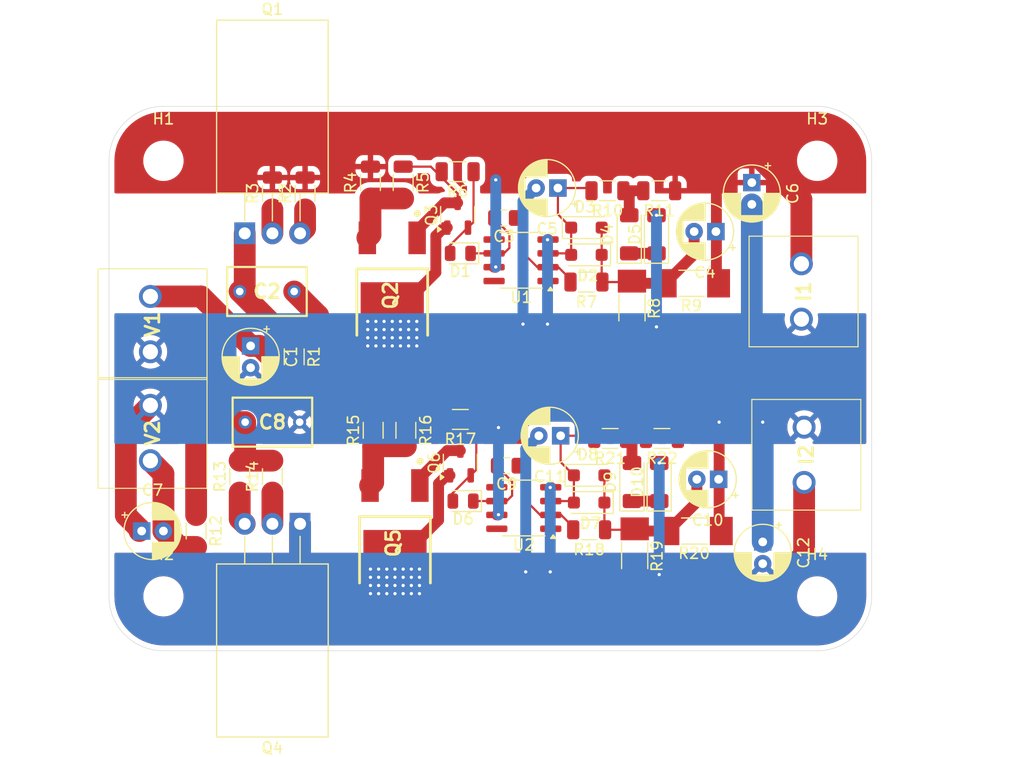
<source format=kicad_pcb>
(kicad_pcb (version 20240108) (generator "pcbnew") (generator_version "8.0")
  (layers (0 "F.Cu" signal) (31 "B.Cu" signal) (34 "B.Paste" user) (35 "F.Paste" user) (36 "B.SilkS" user "B.Silkscreen") (37 "F.SilkS" user "F.Silkscreen") (38 "B.Mask" user) (39 "F.Mask" user) (44 "Edge.Cuts" user))
  (net 0 "")
  (net 1 "Net-(D1-K)")
  (net 2 "pre-cur")
  (net 3 "pos_reg_out")
  (net 4 "Net-(D2-K)")
  (net 5 "Net-(D1-A)")
  (net 6 "bank-plus")
  (net 7 "Net-(D2-A)")
  (net 8 "Net-(D4-K)")
  (net 9 "Net-(D4-A)")
  (net 10 "Net-(Q1-S)")
  (net 11 "Net-(Q1-G)")
  (net 12 "Net-(Q3-E)")
  (net 13 "Net-(Q2-Pad2)")
  (net 14 "Net-(U1--)")
  (net 18 "GND")
  (net 19 "Net-(C7-Pad2)")
  (net 20 "/current_source1/plus")
  (net 21 "Net-(D6-K)")
  (net 22 "Net-(U2--)")
  (net 23 "Net-(D7-K)")
  (net 24 "Net-(D7-A)")
  (net 25 "neg_reg_out")
  (net 26 "Net-(D6-A)")
  (net 27 "Net-(D10-K)")
  (net 28 "Net-(D9-A)")
  (net 29 "Net-(Q4-S)")
  (net 30 "Net-(Q4-G)")
  (net 31 "Net-(Q6-E)")
  (net 32 "Net-(Q5-Pad2)")
  (footprint "Resistor_SMD:R_1206_3216Metric" (layer "F.Cu") (at 119.25 84.750277 90)
    (property "Reference" "R15" (at 0 -1.82 90) (layer "F.SilkS"))
    (property "Value" "1r")
    (pad "1" smd roundrect (at -1.4625 0 90) (size 1.125 1.75) (layers "F.Cu" "F.Paste" "F.Mask") (roundrect_rratio 0.222222) (net 32 "Net-(Q5-Pad2)"))
    (pad "2" smd roundrect (at 1.4625 0 90) (size 1.125 1.75) (layers "F.Cu" "F.Paste" "F.Mask") (roundrect_rratio 0.222222) (net 18 "GND"))
  )
  (footprint "Capacitor_THT:CP_Radial_D5.0mm_P2.00mm" (layer "F.Cu") (at 108 77 -90)
    (property "Reference" "C1" (at 1 -3.75 90) (layer "F.SilkS"))
    (property "Value" "120u")
    (pad "1" thru_hole rect (at 0 0 270) (size 1.6 1.6) (drill 0.8) (layers "*.Cu" "*.Mask") (net 6 "bank-plus"))
    (pad "2" thru_hole circle (at 2 0 270) (size 1.6 1.6) (drill 0.8) (layers "*.Cu" "*.Mask") (net 18 "GND"))
  )
  (footprint "Resistor_SMD:R_1206_3216Metric" (layer "F.Cu") (at 138.820552 71.135 180)
    (property "Reference" "R7" (at 0 -1.82 0) (layer "F.SilkS"))
    (property "Value" "499")
    (pad "1" smd roundrect (at -1.4625 0 180) (size 1.125 1.75) (layers "F.Cu" "F.Paste" "F.Mask") (roundrect_rratio 0.222222) (net 4 "Net-(D2-K)"))
    (pad "2" smd roundrect (at 1.4625 0 180) (size 1.125 1.75) (layers "F.Cu" "F.Paste" "F.Mask") (roundrect_rratio 0.222222) (net 14 "Net-(U1--)"))
  )
  (footprint "Resistor_SMD:R_1206_3216Metric" (layer "F.Cu") (at 112 78 -90)
    (property "Reference" "R1" (at 0 -1.82 90) (layer "F.SilkS"))
    (property "Value" "1r")
    (pad "1" smd roundrect (at -1.4625 0 270) (size 1.125 1.75) (layers "F.Cu" "F.Paste" "F.Mask") (roundrect_rratio 0.222222) (net 2 "pre-cur"))
    (pad "2" smd roundrect (at 1.4625 0 270) (size 1.125 1.75) (layers "F.Cu" "F.Paste" "F.Mask") (roundrect_rratio 0.222222) (net 6 "bank-plus"))
  )
  (footprint "Diode_SMD:D_0805_2012Metric" (layer "F.Cu") (at 127.25 68.5 180)
    (property "Reference" "D1" (at 0 -1.65 0) (layer "F.SilkS"))
    (property "Value" "LED")
    (pad "1" smd roundrect (at -0.9375 0 180) (size 0.975 1.4) (layers "F.Cu" "F.Paste" "F.Mask") (net 1 "Net-(D1-K)"))
    (pad "2" smd roundrect (at 0.9375 0 180) (size 0.975 1.4) (layers "F.Cu" "F.Paste" "F.Mask") (net 5 "Net-(D1-A)"))
  )
  (footprint "Samacsys:DPAK_(SINGLE-GAUGE)_TO-252(369C)_ISSUE_F" (layer "F.Cu") (at 121 76.0235 90)
    (property "Reference" "Q2" (at 3.66899 -0.16141 90) (layer "F.SilkS") (effects (font (size 1.27 1.27) (thickness 0.254))))
    (property "Value" "NJVMJD45H11T4G" (hide yes))
    (pad "1" smd rect (at 8.95 2.285 180) (size 1.6 3) (layers "F.Cu" "F.Paste" "F.Mask") (net 12 "Net-(Q3-E)"))
    (pad "2" smd rect (at 8.95 -2.285 180) (size 1.6 3) (layers "F.Cu" "F.Paste" "F.Mask") (net 13 "Net-(Q2-Pad2)"))
    (pad "3" smd rect (at 1.77 0 180) (size 5.8 6.2) (layers "F.Cu" "F.Paste" "F.Mask") (net 18 "GND"))
  )
  (footprint "MountingHole:MountingHole_3.2mm_M3_ISO7380" (layer "F.Cu") (at 160 60)
    (property "Reference" "H3" (at 0 -3.85 0) (layer "F.SilkS"))
    (property "Value" "MountingHole")
    (pad "" np_thru_hole circle (at 0 0) (size 3.2 3.2) (drill 3.2) (layers "*.Cu" "*.Mask"))
  )
  (footprint "Capacitor_SMD:C_0805_2012Metric" (layer "F.Cu") (at 131.5 88.000276 180)
    (property "Reference" "C9" (at 0 -1.68 0) (layer "F.SilkS"))
    (property "Value" "33pf")
    (pad "1" smd roundrect (at -0.95 0 180) (size 1 1.45) (layers "F.Cu" "F.Paste" "F.Mask") (net 22 "Net-(U2--)"))
    (pad "2" smd roundrect (at 0.95 0 180) (size 1 1.45) (layers "F.Cu" "F.Paste" "F.Mask") (net 21 "Net-(D6-K)"))
  )
  (footprint "Resistor_SMD:R_MELF_MMB-0207" (layer "F.Cu") (at 148.5 71.25 180)
    (property "Reference" "R9" (at 0.05 -2.05 0) (layer "F.SilkS"))
    (property "Value" "800r")
    (pad "1" smd rect (at -2.45 0 180) (size 2.1 2.6) (layers "F.Cu" "F.Paste" "F.Mask") (net 3 "pos_reg_out"))
    (pad "2" smd rect (at 2.45 0 180) (size 2.1 2.6) (layers "F.Cu" "F.Paste" "F.Mask") (net 4 "Net-(D2-K)"))
  )
  (footprint "Resistor_SMD:R_1206_3216Metric" (layer "F.Cu") (at 110 63 90)
    (property "Reference" "R3" (at 0 -1.82 90) (layer "F.SilkS"))
    (property "Value" "100r")
    (pad "1" smd roundrect (at -1.4625 0 90) (size 1.125 1.75) (layers "F.Cu" "F.Paste" "F.Mask") (roundrect_rratio 0.222222) (net 11 "Net-(Q1-G)"))
    (pad "2" smd roundrect (at 1.4625 0 90) (size 1.125 1.75) (layers "F.Cu" "F.Paste" "F.Mask") (roundrect_rratio 0.222222) (net 3 "pos_reg_out"))
  )
  (footprint "Samacsys:395443002" (layer "F.Cu") (at 158.55 69.46 -90)
    (property "Reference" "I1" (at 2.54 -0.2 90) (layer "F.SilkS") (effects (font (size 1.27 1.27) (thickness 0.254))))
    (property "Value" "20ma" (hide yes))
    (pad "1" thru_hole circle (at 0 0 270) (size 2.1 2.1) (drill 1.4) (layers "*.Cu" "*.Mask") (net 3 "pos_reg_out"))
    (pad "2" thru_hole circle (at 5.08 0 270) (size 2.1 2.1) (drill 1.4) (layers "*.Cu" "*.Mask") (net 18 "GND"))
  )
  (footprint "Samacsys:395443002" (layer "F.Cu") (at 98.8 72.46 -90)
    (property "Reference" "V1" (at 2.54 -0.2 -90) (layer "F.SilkS") (effects (font (size 1.27 1.27) (thickness 0.254))))
    (property "Value" "VSIN" (hide yes))
    (pad "1" thru_hole circle (at 0 0 270) (size 2.1 2.1) (drill 1.4) (layers "*.Cu" "*.Mask") (net 6 "bank-plus"))
    (pad "2" thru_hole circle (at 5.08 0 270) (size 2.1 2.1) (drill 1.4) (layers "*.Cu" "*.Mask") (net 18 "GND"))
  )
  (footprint "Diode_SMD:D_SOD-123F" (layer "F.Cu") (at 139.070552 91.385276 180)
    (property "Reference" "D7" (at -0.127 -1.905 0) (layer "F.SilkS"))
    (property "Value" "D")
    (pad "1" smd roundrect (at -1.4 0 180) (size 1.1 1.1) (layers "F.Cu" "F.Paste" "F.Mask") (roundrect_rratio 0.2272727273) (net 23 "Net-(D7-K)"))
    (pad "2" smd roundrect (at 1.4 0 180) (size 1.1 1.1) (layers "F.Cu" "F.Paste" "F.Mask") (roundrect_rratio 0.2272727273) (net 24 "Net-(D7-A)"))
  )
  (footprint "Resistor_SMD:R_1206_3216Metric" (layer "F.Cu") (at 127 61 180)
    (property "Reference" "R6" (at 0 -1.82 0) (layer "F.SilkS"))
    (property "Value" "221r")
    (pad "1" smd roundrect (at -1.4625 0 180) (size 1.125 1.75) (layers "F.Cu" "F.Paste" "F.Mask") (roundrect_rratio 0.222222) (net 5 "Net-(D1-A)"))
    (pad "2" smd roundrect (at 1.4625 0 180) (size 1.125 1.75) (layers "F.Cu" "F.Paste" "F.Mask") (roundrect_rratio 0.222222) (net 12 "Net-(Q3-E)"))
  )
  (footprint "Resistor_SMD:R_1206_3216Metric" (layer "F.Cu") (at 110 89 90)
    (property "Reference" "R14" (at 0 -1.82 90) (layer "F.SilkS"))
    (property "Value" "100r")
    (pad "1" smd roundrect (at -1.4625 0 90) (size 1.125 1.75) (layers "F.Cu" "F.Paste" "F.Mask") (roundrect_rratio 0.222222) (net 30 "Net-(Q4-G)"))
    (pad "2" smd roundrect (at 1.4625 0 90) (size 1.125 1.75) (layers "F.Cu" "F.Paste" "F.Mask") (roundrect_rratio 0.222222) (net 20 "/current_source1/plus"))
  )
  (footprint "MountingHole:MountingHole_3.2mm_M3_ISO7380" (layer "F.Cu") (at 100 100)
    (property "Reference" "H2" (at 0 -3.85 0) (layer "F.SilkS"))
    (property "Value" "MountingHole")
    (pad "" np_thru_hole circle (at 0 0) (size 3.2 3.2) (drill 3.2) (layers "*.Cu" "*.Mask"))
  )
  (footprint "Resistor_SMD:R_1206_3216Metric" (layer "F.Cu") (at 122 62 -90)
    (property "Reference" "R5" (at 0 -1.82 90) (layer "F.SilkS"))
    (property "Value" "49.9r")
    (pad "1" smd roundrect (at -1.4625 0 270) (size 1.125 1.75) (layers "F.Cu" "F.Paste" "F.Mask") (roundrect_rratio 0.222222) (net 12 "Net-(Q3-E)"))
    (pad "2" smd roundrect (at 1.4625 0 270) (size 1.125 1.75) (layers "F.Cu" "F.Paste" "F.Mask") (roundrect_rratio 0.222222) (net 13 "Net-(Q2-Pad2)"))
  )
  (footprint "Resistor_SMD:R_MELF_MMB-0207" (layer "F.Cu") (at 148.75 94.000275 180)
    (property "Reference" "R20" (at 0.049999 -2.05 0) (layer "F.SilkS"))
    (property "Value" "800r")
    (pad "1" smd rect (at -2.45 0 180) (size 2.1 2.6) (layers "F.Cu" "F.Paste" "F.Mask") (net 18 "GND"))
    (pad "2" smd rect (at 2.45 0 180) (size 2.1 2.6) (layers "F.Cu" "F.Paste" "F.Mask") (net 23 "Net-(D7-K)"))
  )
  (footprint "Capacitor_THT:CP_Radial_D5.0mm_P2.00mm" (layer "F.Cu") (at 150.955113 89.250275 180)
    (property "Reference" "C10" (at 0.999999 -3.75 0) (layer "F.SilkS"))
    (property "Value" "120u")
    (pad "1" thru_hole rect (at 0 0 180) (size 1.6 1.6) (drill 0.8) (layers "*.Cu" "*.Mask") (net 18 "GND"))
    (pad "2" thru_hole circle (at 2 0 180) (size 1.6 1.6) (drill 0.8) (layers "*.Cu" "*.Mask") (net 23 "Net-(D7-K)"))
  )
  (footprint "Resistor_SMD:R_MELF_MMB-0207" (layer "F.Cu") (at 143.25 96.250276 -90)
    (property "Reference" "R19" (at 0.05 -2.05 90) (layer "F.SilkS"))
    (property "Value" "1k")
    (pad "1" smd rect (at -2.45 0 270) (size 2.1 2.6) (layers "F.Cu" "F.Paste" "F.Mask") (net 23 "Net-(D7-K)"))
    (pad "2" smd rect (at 2.45 0 270) (size 2.1 2.6) (layers "F.Cu" "F.Paste" "F.Mask") (net 25 "neg_reg_out"))
  )
  (footprint "Package_TO_SOT_SMD:SOT-23-3" (layer "F.Cu") (at 127 65 90)
    (property "Reference" "Q3" (at 0 -2.4 90) (layer "F.SilkS"))
    (property "Value" "PNP")
    (pad "1" smd roundrect (at -1.1375 -0.95 90) (size 1.325 0.6) (layers "F.Cu" "F.Paste" "F.Mask") (net 18 "GND"))
    (pad "2" smd roundrect (at -1.1375 0.95 90) (size 1.325 0.6) (layers "F.Cu" "F.Paste" "F.Mask") (net 5 "Net-(D1-A)"))
    (pad "3" smd roundrect (at 1.1375 0 90) (size 1.325 0.6) (layers "F.Cu" "F.Paste" "F.Mask") (net 12 "Net-(Q3-E)"))
  )
  (footprint "Resistor_SMD:R_1206_3216Metric" (layer "F.Cu") (at 127.25 83.750277 180)
    (property "Reference" "R17" (at 0 -1.82 0) (layer "F.SilkS"))
    (property "Value" "221r")
    (pad "1" smd roundrect (at -1.4625 0 180) (size 1.125 1.75) (layers "F.Cu" "F.Paste" "F.Mask") (roundrect_rratio 0.222222) (net 26 "Net-(D6-A)"))
    (pad "2" smd roundrect (at 1.4625 0 180) (size 1.125 1.75) (layers "F.Cu" "F.Paste" "F.Mask") (roundrect_rratio 0.222222) (net 31 "Net-(Q6-E)"))
  )
  (footprint "Diode_SMD:D_SOD-123F" (layer "F.Cu") (at 138.820552 66.135)
    (property "Reference" "D3" (at -0.127 -1.905 0) (layer "F.SilkS"))
    (property "Value" "D")
    (pad "1" smd roundrect (at -1.4 0) (size 1.1 1.1) (layers "F.Cu" "F.Paste" "F.Mask") (roundrect_rratio 0.2272727273) (net 7 "Net-(D2-A)"))
    (pad "2" smd roundrect (at 1.4 0) (size 1.1 1.1) (layers "F.Cu" "F.Paste" "F.Mask") (roundrect_rratio 0.2272727273) (net 4 "Net-(D2-K)"))
  )
  (footprint "Samacsys:395443002" (layer "F.Cu") (at 158.8 84.46 -90)
    (property "Reference" "I2" (at 2.54 -0.2 90) (layer "F.SilkS") (effects (font (size 1.27 1.27) (thickness 0.254))))
    (property "Value" "20ma" (hide yes))
    (pad "1" thru_hole circle (at 0 0 270) (size 2.1 2.1) (drill 1.4) (layers "*.Cu" "*.Mask") (net 18 "GND"))
    (pad "2" thru_hole circle (at 5.08 0 270) (size 2.1 2.1) (drill 1.4) (layers "*.Cu" "*.Mask") (net 25 "neg_reg_out"))
  )
  (footprint "Samacsys:B32529C105J" (layer "F.Cu") (at 112.5 84 180)
    (property "Reference" "C8" (at 2.5 0 0) (layer "F.SilkS") (effects (font (size 1.27 1.27) (thickness 0.254))))
    (property "Value" "1uf" (hide yes))
    (pad "1" thru_hole circle (at 0 0 180) (size 1.2 1.2) (drill 0.7) (layers "*.Cu" "*.Mask") (net 18 "GND"))
    (pad "2" thru_hole circle (at 5 0 180) (size 1.2 1.2) (drill 0.7) (layers "*.Cu" "*.Mask") (net 20 "/current_source1/plus"))
  )
  (footprint "Resistor_SMD:R_1206_3216Metric" (layer "F.Cu") (at 140.75 62.75 180)
    (property "Reference" "R10" (at 0 -1.82 0) (layer "F.SilkS"))
    (property "Value" "1k")
    (pad "1" smd roundrect (at -1.4625 0 180) (size 1.125 1.75) (layers "F.Cu" "F.Paste" "F.Mask") (roundrect_rratio 0.222222) (net 9 "Net-(D4-A)"))
    (pad "2" smd roundrect (at 1.4625 0 180) (size 1.125 1.75) (layers "F.Cu" "F.Paste" "F.Mask") (roundrect_rratio 0.222222) (net 7 "Net-(D2-A)"))
  )
  (footprint "Resistor_SMD:R_1206_3216Metric" (layer "F.Cu") (at 139.070552 93.885276 180)
    (property "Reference" "R18" (at 0 -1.82 0) (layer "F.SilkS"))
    (property "Value" "499")
    (pad "1" smd roundrect (at -1.4625 0 180) (size 1.125 1.75) (layers "F.Cu" "F.Paste" "F.Mask") (roundrect_rratio 0.222222) (net 23 "Net-(D7-K)"))
    (pad "2" smd roundrect (at 1.4625 0 180) (size 1.125 1.75) (layers "F.Cu" "F.Paste" "F.Mask") (roundrect_rratio 0.222222) (net 22 "Net-(U2--)"))
  )
  (footprint "Resistor_SMD:R_1206_3216Metric" (layer "F.Cu") (at 145.5 62.75 180)
    (property "Reference" "R11" (at 0 -1.82 0) (layer "F.SilkS"))
    (property "Value" "1.82k")
    (pad "1" smd roundrect (at -1.4625 0 180) (size 1.125 1.75) (layers "F.Cu" "F.Paste" "F.Mask") (roundrect_rratio 0.222222) (net 3 "pos_reg_out"))
    (pad "2" smd roundrect (at 1.4625 0 180) (size 1.125 1.75) (layers "F.Cu" "F.Paste" "F.Mask") (roundrect_rratio 0.222222) (net 9 "Net-(D4-A)"))
  )
  (footprint "Package_SO:SOIC-8_3.9x4.9mm_P1.27mm" (layer "F.Cu") (at 132.820552 69.135 180)
    (property "Reference" "U1" (at 0 -3.4 0) (layer "F.SilkS"))
    (property "Value" "AD817")
    (pad "1" smd roundrect (at -2.475 -1.905 180) (size 1.95 0.6) (layers "F.Cu" "F.Paste" "F.Mask"))
    (pad "2" smd roundrect (at -2.475 -0.635 180) (size 1.95 0.6) (layers "F.Cu" "F.Paste" "F.Mask") (net 14 "Net-(U1--)"))
    (pad "3" smd roundrect (at -2.475 0.635 180) (size 1.95 0.6) (layers "F.Cu" "F.Paste" "F.Mask") (net 7 "Net-(D2-A)"))
    (pad "4" smd roundrect (at -2.475 1.905 180) (size 1.95 0.6) (layers "F.Cu" "F.Paste" "F.Mask") (net 18 "GND"))
    (pad "5" smd roundrect (at 2.475 1.905 180) (size 1.95 0.6) (layers "F.Cu" "F.Paste" "F.Mask"))
    (pad "6" smd roundrect (at 2.475 0.635 180) (size 1.95 0.6) (layers "F.Cu" "F.Paste" "F.Mask") (net 1 "Net-(D1-K)"))
    (pad "7" smd roundrect (at 2.475 -0.635 180) (size 1.95 0.6) (layers "F.Cu" "F.Paste" "F.Mask") (net 3 "pos_reg_out"))
    (pad "8" smd roundrect (at 2.475 -1.905 180) (size 1.95 0.6) (layers "F.Cu" "F.Paste" "F.Mask"))
  )
  (footprint "Diode_SMD:D_MiniMELF" (layer "F.Cu") (at 145.25 66.75 90)
    (property "Reference" "D5" (at 0 -2 90) (layer "F.SilkS"))
    (property "Value" "D_Zener")
    (pad "1" smd roundrect (at -1.75 0 90) (size 1.3 1.7) (layers "F.Cu" "F.Paste" "F.Mask") (roundrect_rratio 0.1923076923) (net 8 "Net-(D4-K)"))
    (pad "2" smd roundrect (at 1.75 0 90) (size 1.3 1.7) (layers "F.Cu" "F.Paste" "F.Mask") (roundrect_rratio 0.1923076923) (net 18 "GND"))
  )
  (footprint "Capacitor_SMD:C_0805_2012Metric" (layer "F.Cu") (at 131.25 65.25 180)
    (property "Reference" "C3" (at 0 -1.68 0) (layer "F.SilkS"))
    (property "Value" "33pf")
    (pad "1" smd roundrect (at -0.95 0 180) (size 1 1.45) (layers "F.Cu" "F.Paste" "F.Mask") (net 14 "Net-(U1--)"))
    (pad "2" smd roundrect (at 0.95 0 180) (size 1 1.45) (layers "F.Cu" "F.Paste" "F.Mask") (net 1 "Net-(D1-K)"))
  )
  (footprint "Diode_SMD:D_SOD-123F" (layer "F.Cu") (at 139.070552 88.885275)
    (property "Reference" "D8" (at -0.126999 -1.905 0) (layer "F.SilkS"))
    (property "Value" "D")
    (pad "1" smd roundrect (at -1.4 0) (size 1.1 1.1) (layers "F.Cu" "F.Paste" "F.Mask") (roundrect_rratio 0.2272727273) (net 24 "Net-(D7-A)"))
    (pad "2" smd roundrect (at 1.4 0) (size 1.1 1.1) (layers "F.Cu" "F.Paste" "F.Mask") (roundrect_rratio 0.2272727273) (net 23 "Net-(D7-K)"))
  )
  (footprint "MountingHole:MountingHole_3.2mm_M3_ISO7380" (layer "F.Cu") (at 160 100)
    (property "Reference" "H4" (at 0 -3.85 0) (layer "F.SilkS"))
    (property "Value" "MountingHole")
    (pad "" np_thru_hole circle (at 0 0) (size 3.2 3.2) (drill 3.2) (layers "*.Cu" "*.Mask"))
  )
  (footprint "Resistor_SMD:R_1206_3216Metric" (layer "F.Cu") (at 113 63 90)
    (property "Reference" "R2" (at 0 -1.82 90) (layer "F.SilkS"))
    (property "Value" "5r")
    (pad "1" smd roundrect (at -1.4625 0 90) (size 1.125 1.75) (layers "F.Cu" "F.Paste" "F.Mask") (roundrect_rratio 0.222222) (net 10 "Net-(Q1-S)"))
    (pad "2" smd roundrect (at 1.4625 0 90) (size 1.125 1.75) (layers "F.Cu" "F.Paste" "F.Mask") (roundrect_rratio 0.222222) (net 3 "pos_reg_out"))
  )
  (footprint "Resistor_SMD:R_1206_3216Metric" (layer "F.Cu") (at 141 85.500275 180)
    (property "Reference" "R21" (at 0 -1.82 0) (layer "F.SilkS"))
    (property "Value" "1k")
    (pad "1" smd roundrect (at -1.4625 0 180) (size 1.125 1.75) (layers "F.Cu" "F.Paste" "F.Mask") (roundrect_rratio 0.222222) (net 28 "Net-(D9-A)"))
    (pad "2" smd roundrect (at 1.4625 0 180) (size 1.125 1.75) (layers "F.Cu" "F.Paste" "F.Mask") (roundrect_rratio 0.222222) (net 24 "Net-(D7-A)"))
  )
  (footprint "Diode_SMD:D_0805_2012Metric" (layer "F.Cu") (at 127.5 91.250276 180)
    (property "Reference" "D6" (at 0 -1.65 0) (layer "F.SilkS"))
    (property "Value" "LED")
    (pad "1" smd roundrect (at -0.9375 0 180) (size 0.975 1.4) (layers "F.Cu" "F.Paste" "F.Mask") (net 21 "Net-(D6-K)"))
    (pad "2" smd roundrect (at 0.9375 0 180) (size 0.975 1.4) (layers "F.Cu" "F.Paste" "F.Mask") (net 26 "Net-(D6-A)"))
  )
  (footprint "Resistor_SMD:R_1206_3216Metric" (layer "F.Cu") (at 122.25 84.750277 -90)
    (property "Reference" "R16" (at 0 -1.82 90) (layer "F.SilkS"))
    (property "Value" "49.9r")
    (pad "1" smd roundrect (at -1.4625 0 270) (size 1.125 1.75) (layers "F.Cu" "F.Paste" "F.Mask") (roundrect_rratio 0.222222) (net 31 "Net-(Q6-E)"))
    (pad "2" smd roundrect (at 1.4625 0 270) (size 1.125 1.75) (layers "F.Cu" "F.Paste" "F.Mask") (roundrect_rratio 0.222222) (net 32 "Net-(Q5-Pad2)"))
  )
  (footprint "Diode_SMD:D_MiniMELF" (layer "F.Cu") (at 143 89.500275 90)
    (property "Reference" "D9" (at 0 -2 90) (layer "F.SilkS"))
    (property "Value" "D_Zener")
    (pad "1" smd roundrect (at -1.75 0 90) (size 1.3 1.7) (layers "F.Cu" "F.Paste" "F.Mask") (roundrect_rratio 0.1923076923) (net 27 "Net-(D10-K)"))
    (pad "2" smd roundrect (at 1.75 0 90) (size 1.3 1.7) (layers "F.Cu" "F.Paste" "F.Mask") (roundrect_rratio 0.1923076923) (net 28 "Net-(D9-A)"))
  )
  (footprint "Resistor_SMD:R_1206_3216Metric" (layer "F.Cu") (at 119 62 90)
    (property "Reference" "R4" (at 0 -1.82 90) (layer "F.SilkS"))
    (property "Value" "1r")
    (pad "1" smd roundrect (at -1.4625 0 90) (size 1.125 1.75) (layers "F.Cu" "F.Paste" "F.Mask") (roundrect_rratio 0.222222) (net 13 "Net-(Q2-Pad2)"))
    (pad "2" smd roundrect (at 1.4625 0 90) (size 1.125 1.75) (layers "F.Cu" "F.Paste" "F.Mask") (roundrect_rratio 0.222222) (net 3 "pos_reg_out"))
  )
  (footprint "Resistor_SMD:R_1206_3216Metric" (layer "F.Cu") (at 103 94 -90)
    (property "Reference" "R12" (at 0 -1.82 90) (layer "F.SilkS"))
    (property "Value" "1r")
    (pad "1" smd roundrect (at -1.4625 0 270) (size 1.125 1.75) (layers "F.Cu" "F.Paste" "F.Mask") (roundrect_rratio 0.222222) (net 20 "/current_source1/plus"))
    (pad "2" smd roundrect (at 1.4625 0 270) (size 1.125 1.75) (layers "F.Cu" "F.Paste" "F.Mask") (roundrect_rratio 0.222222) (net 19 "Net-(C7-Pad2)"))
  )
  (footprint "Resistor_SMD:R_1206_3216Metric" (layer "F.Cu") (at 145.75 85.500275 180)
    (property "Reference" "R22" (at 0 -1.82 0) (layer "F.SilkS"))
    (property "Value" "1.82k")
    (pad "1" smd roundrect (at -1.4625 0 180) (size 1.125 1.75) (layers "F.Cu" "F.Paste" "F.Mask") (roundrect_rratio 0.222222) (net 18 "GND"))
    (pad "2" smd roundrect (at 1.4625 0 180) (size 1.125 1.75) (layers "F.Cu" "F.Paste" "F.Mask") (roundrect_rratio 0.222222) (net 28 "Net-(D9-A)"))
  )
  (footprint "Diode_SMD:D_SOD-123F" (layer "F.Cu") (at 138.820552 68.635 180)
    (property "Reference" "D2" (at -0.127 -1.905 0) (layer "F.SilkS"))
    (property "Value" "D")
    (pad "1" smd roundrect (at -1.4 0 180) (size 1.1 1.1) (layers "F.Cu" "F.Paste" "F.Mask") (roundrect_rratio 0.2272727273) (net 4 "Net-(D2-K)"))
    (pad "2" smd roundrect (at 1.4 0 180) (size 1.1 1.1) (layers "F.Cu" "F.Paste" "F.Mask") (roundrect_rratio 0.2272727273) (net 7 "Net-(D2-A)"))
  )
  (footprint "Samacsys:B32529C105J" (layer "F.Cu") (at 107 72)
    (property "Reference" "C2" (at 2.5 0 0) (layer "F.SilkS") (effects (font (size 1.27 1.27) (thickness 0.254))))
    (property "Value" "1uf" (hide yes))
    (pad "1" thru_hole circle (at 0 0) (size 1.2 1.2) (drill 0.7) (layers "*.Cu" "*.Mask") (net 2 "pre-cur"))
    (pad "2" thru_hole circle (at 5 0) (size 1.2 1.2) (drill 0.7) (layers "*.Cu" "*.Mask") (net 18 "GND"))
  )
  (footprint "Package_TO_SOT_SMD:SOT-23-3" (layer "F.Cu") (at 127.25 87.750276 90)
    (property "Reference" "Q6" (at 0 -2.4 90) (layer "F.SilkS"))
    (property "Value" "PNP")
    (pad "1" smd roundrect (at -1.1375 -0.95 90) (size 1.325 0.6) (layers "F.Cu" "F.Paste" "F.Mask") (net 25 "neg_reg_out"))
    (pad "2" smd roundrect (at -1.1375 0.95 90) (size 1.325 0.6) (layers "F.Cu" "F.Paste" "F.Mask") (net 26 "Net-(D6-A)"))
    (pad "3" smd roundrect (at 1.1375 0 90) (size 1.325 0.6) (layers "F.Cu" "F.Paste" "F.Mask") (net 31 "Net-(Q6-E)"))
  )
  (footprint "Capacitor_THT:CP_Radial_D5.0mm_P2.00mm" (layer "F.Cu") (at 154 62 -90)
    (property "Reference" "C6" (at 1 -3.75 90) (layer "F.SilkS"))
    (property "Value" "120u")
    (pad "1" thru_hole rect (at 0 0 270) (size 1.6 1.6) (drill 0.8) (layers "*.Cu" "*.Mask") (net 3 "pos_reg_out"))
    (pad "2" thru_hole circle (at 2 0 270) (size 1.6 1.6) (drill 0.8) (layers "*.Cu" "*.Mask") (net 18 "GND"))
  )
  (footprint "Capacitor_THT:CP_Radial_D5.0mm_P2.00mm" (layer "F.Cu") (at 98 94)
    (property "Reference" "C7" (at 1 -3.75 0) (layer "F.SilkS"))
    (property "Value" "120u")
    (pad "1" thru_hole rect (at 0 0) (size 1.6 1.6) (drill 0.8) (layers "*.Cu" "*.Mask") (net 18 "GND"))
    (pad "2" thru_hole circle (at 2 0) (size 1.6 1.6) (drill 0.8) (layers "*.Cu" "*.Mask") (net 19 "Net-(C7-Pad2)"))
  )
  (footprint "Package_TO_SOT_THT:TO-220-3_Horizontal_TabDown" (layer "F.Cu") (at 110 50)
    (property "Reference" "Q1" (at 0 -3.92 0) (layer "F.SilkS"))
    (property "Value" "NMOS")
    (pad "" np_thru_hole oval (at 0 0) (size 3.5 3.5) (drill 3.5) (layers "*.Cu" "*.Mask"))
    (pad "1" thru_hole rect (at -2.54 16.66) (size 1.905 2) (drill 1.1) (layers "*.Cu" "*.Mask") (net 2 "pre-cur"))
    (pad "2" thru_hole oval (at 0 16.66) (size 1.905 2) (drill 1.1) (layers "*.Cu" "*.Mask") (net 11 "Net-(Q1-G)"))
    (pad "3" thru_hole oval (at 2.54 16.66) (size 1.905 2) (drill 1.1) (layers "*.Cu" "*.Mask") (net 10 "Net-(Q1-S)"))
  )
  (footprint "Package_SO:SOIC-8_3.9x4.9mm_P1.27mm" (layer "F.Cu") (at 133.070553 91.885276 180)
    (property "Reference" "U2" (at 0 -3.4 0) (layer "F.SilkS"))
    (property "Value" "AD817")
    (pad "1" smd roundrect (at -2.475 -1.905 180) (size 1.95 0.6) (layers "F.Cu" "F.Paste" "F.Mask"))
    (pad "2" smd roundrect (at -2.475 -0.635 180) (size 1.95 0.6) (layers "F.Cu" "F.Paste" "F.Mask") (net 22 "Net-(U2--)"))
    (pad "3" smd roundrect (at -2.475 0.635 180) (size 1.95 0.6) (layers "F.Cu" "F.Paste" "F.Mask") (net 24 "Net-(D7-A)"))
    (pad "4" smd roundrect (at -2.475 1.905 180) (size 1.95 0.6) (layers "F.Cu" "F.Paste" "F.Mask") (net 25 "neg_reg_out"))
    (pad "5" smd roundrect (at 2.475 1.905 180) (size 1.95 0.6) (layers "F.Cu" "F.Paste" "F.Mask"))
    (pad "6" smd roundrect (at 2.475 0.635 180) (size 1.95 0.6) (layers "F.Cu" "F.Paste" "F.Mask") (net 21 "Net-(D6-K)"))
    (pad "7" smd roundrect (at 2.475 -0.635 180) (size 1.95 0.6) (layers "F.Cu" "F.Paste" "F.Mask") (net 18 "GND"))
    (pad "8" smd roundrect (at 2.475 -1.905 180) (size 1.95 0.6) (layers "F.Cu" "F.Paste" "F.Mask"))
  )
  (footprint "Capacitor_THT:CP_Radial_D5.0mm_P2.00mm" (layer "F.Cu") (at 155 95 -90)
    (property "Reference" "C12" (at 1 -3.75 90) (layer "F.SilkS"))
    (property "Value" "120u")
    (pad "1" thru_hole rect (at 0 0 270) (size 1.6 1.6) (drill 0.8) (layers "*.Cu" "*.Mask") (net 18 "GND"))
    (pad "2" thru_hole circle (at 2 0 270) (size 1.6 1.6) (drill 0.8) (layers "*.Cu" "*.Mask") (net 25 "neg_reg_out"))
  )
  (footprint "Package_TO_SOT_THT:TO-220-3_Horizontal_TabDown" (layer "F.Cu") (at 110 110 180)
    (property "Reference" "Q4" (at 0 -3.92 0) (layer "F.SilkS"))
    (property "Value" "NMOS")
    (pad "" np_thru_hole oval (at 0 0 180) (size 3.5 3.5) (drill 3.5) (layers "*.Cu" "*.Mask"))
    (pad "1" thru_hole rect (at -2.54 16.66 180) (size 1.905 2) (drill 1.1) (layers "*.Cu" "*.Mask") (net 25 "neg_reg_out"))
    (pad "2" thru_hole oval (at 0 16.66 180) (size 1.905 2) (drill 1.1) (layers "*.Cu" "*.Mask") (net 30 "Net-(Q4-G)"))
    (pad "3" thru_hole oval (at 2.54 16.66 180) (size 1.905 2) (drill 1.1) (layers "*.Cu" "*.Mask") (net 29 "Net-(Q4-S)"))
  )
  (footprint "MountingHole:MountingHole_3.2mm_M3_ISO7380" (layer "F.Cu") (at 100 60)
    (property "Reference" "H1" (at 0 -3.85 0) (layer "F.SilkS"))
    (property "Value" "MountingHole")
    (pad "" np_thru_hole circle (at 0 0) (size 3.2 3.2) (drill 3.2) (layers "*.Cu" "*.Mask"))
  )
  (footprint "Capacitor_THT:CP_Radial_D5.0mm_P2.00mm" (layer "F.Cu") (at 136.205113 62.5 180)
    (property "Reference" "C5" (at 1 -3.75 0) (layer "F.SilkS"))
    (property "Value" "120u")
    (pad "1" thru_hole rect (at 0 0 180) (size 1.6 1.6) (drill 0.8) (layers "*.Cu" "*.Mask") (net 7 "Net-(D2-A)"))
    (pad "2" thru_hole circle (at 2 0 180) (size 1.6 1.6) (drill 0.8) (layers "*.Cu" "*.Mask") (net 18 "GND"))
  )
  (footprint "Capacitor_THT:CP_Radial_D5.0mm_P2.00mm" (layer "F.Cu") (at 150.705113 66.5 180)
    (property "Reference" "C4" (at 1 -3.75 0) (layer "F.SilkS"))
    (property "Value" "120u")
    (pad "1" thru_hole rect (at 0 0 180) (size 1.6 1.6) (drill 0.8) (layers "*.Cu" "*.Mask") (net 3 "pos_reg_out"))
    (pad "2" thru_hole circle (at 2 0 180) (size 1.6 1.6) (drill 0.8) (layers "*.Cu" "*.Mask") (net 4 "Net-(D2-K)"))
  )
  (footprint "Diode_SMD:D_MiniMELF" (layer "F.Cu") (at 142.75 66.75 90)
    (property "Reference" "D4" (at 0 -2 90) (layer "F.SilkS"))
    (property "Value" "D_Zener")
    (pad "1" smd roundrect (at -1.75 0 90) (size 1.3 1.7) (layers "F.Cu" "F.Paste" "F.Mask") (roundrect_rratio 0.1923076923) (net 8 "Net-(D4-K)"))
    (pad "2" smd roundrect (at 1.75 0 90) (size 1.3 1.7) (layers "F.Cu" "F.Paste" "F.Mask") (roundrect_rratio 0.1923076923) (net 9 "Net-(D4-A)"))
  )
  (footprint "Capacitor_THT:CP_Radial_D5.0mm_P2.00mm" (layer "F.Cu") (at 136.455113 85.250276 180)
    (property "Reference" "C11" (at 0.999999 -3.75 0) (layer "F.SilkS"))
    (property "Value" "120u")
    (pad "1" thru_hole rect (at 0 0 180) (size 1.6 1.6) (drill 0.8) (layers "*.Cu" "*.Mask") (net 24 "Net-(D7-A)"))
    (pad "2" thru_hole circle (at 2 0 180) (size 1.6 1.6) (drill 0.8) (layers "*.Cu" "*.Mask") (net 25 "neg_reg_out"))
  )
  (footprint "Resistor_SMD:R_1206_3216Metric" (layer "F.Cu") (at 107 89 90)
    (property "Reference" "R13" (at 0 -1.82 90) (layer "F.SilkS"))
    (property "Value" "5r")
    (pad "1" smd roundrect (at -1.4625 0 90) (size 1.125 1.75) (layers "F.Cu" "F.Paste" "F.Mask") (roundrect_rratio 0.222222) (net 29 "Net-(Q4-S)"))
    (pad "2" smd roundrect (at 1.4625 0 90) (size 1.125 1.75) (layers "F.Cu" "F.Paste" "F.Mask") (roundrect_rratio 0.222222) (net 20 "/current_source1/plus"))
  )
  (footprint "Samacsys:DPAK_(SINGLE-GAUGE)_TO-252(369C)_ISSUE_F" (layer "F.Cu") (at 121.250001 98.773776 90)
    (property "Reference" "Q5" (at 3.66899 -0.16141 90) (layer "F.SilkS") (effects (font (size 1.27 1.27) (thickness 0.254))))
    (property "Value" "NJVMJD45H11T4G" (hide yes))
    (pad "1" smd rect (at 8.95 2.285 180) (size 1.6 3) (layers "F.Cu" "F.Paste" "F.Mask") (net 31 "Net-(Q6-E)"))
    (pad "2" smd rect (at 8.95 -2.285 180) (size 1.6 3) (layers "F.Cu" "F.Paste" "F.Mask") (net 32 "Net-(Q5-Pad2)"))
    (pad "3" smd rect (at 1.77 0 180) (size 5.8 6.2) (layers "F.Cu" "F.Paste" "F.Mask") (net 25 "neg_reg_out"))
  )
  (footprint "Diode_SMD:D_MiniMELF" (layer "F.Cu") (at 145.5 89.500275 90)
    (property "Reference" "D10" (at 0 -2 90) (layer "F.SilkS"))
    (property "Value" "D_Zener")
    (pad "1" smd roundrect (at -1.75 0 90) (size 1.3 1.7) (layers "F.Cu" "F.Paste" "F.Mask") (roundrect_rratio 0.1923076923) (net 27 "Net-(D10-K)"))
    (pad "2" smd roundrect (at 1.75 0 90) (size 1.3 1.7) (layers "F.Cu" "F.Paste" "F.Mask") (roundrect_rratio 0.1923076923) (net 25 "neg_reg_out"))
  )
  (footprint "Samacsys:395443002" (layer "F.Cu") (at 98.8 82.46 -90)
    (property "Reference" "V2" (at 2.54 -0.2 90) (layer "F.SilkS") (effects (font (size 1.27 1.27) (thickness 0.254))))
    (property "Value" "VSIN" (hide yes))
    (pad "1" thru_hole circle (at 0 0 270) (size 2.1 2.1) (drill 1.4) (layers "*.Cu" "*.Mask") (net 18 "GND"))
    (pad "2" thru_hole circle (at 5.08 0 270) (size 2.1 2.1) (drill 1.4) (layers "*.Cu" "*.Mask") (net 19 "Net-(C7-Pad2)"))
  )
  (footprint "Resistor_SMD:R_MELF_MMB-0207" (layer "F.Cu") (at 143 73.5 -90)
    (property "Reference" "R8" (at 0.05 -2.05 90) (layer "F.SilkS"))
    (property "Value" "1k")
    (pad "1" smd rect (at -2.45 0 270) (size 2.1 2.6) (layers "F.Cu" "F.Paste" "F.Mask") (net 4 "Net-(D2-K)"))
    (pad "2" smd rect (at 2.45 0 270) (size 2.1 2.6) (layers "F.Cu" "F.Paste" "F.Mask") (net 18 "GND"))
  )
  (gr_arc (start 160 55) (mid 163.535534 56.464466) (end 165 60) (stroke (width 0.05)) (layer "Edge.Cuts"))
  (gr_arc (start 165 100) (mid 163.535534 103.535534) (end 160 105) (stroke (width 0.05)) (layer "Edge.Cuts"))
  (gr_line (start 95 60) (end 95 100) (stroke (width 0.05)) (layer "Edge.Cuts"))
  (gr_arc (start 95 60) (mid 96.464466 56.464466) (end 100 55) (stroke (width 0.05)) (layer "Edge.Cuts"))
  (gr_arc (start 100 105) (mid 96.464466 103.535534) (end 95 100) (stroke (width 0.05)) (layer "Edge.Cuts"))
  (gr_line (start 160 55) (end 100 55) (stroke (width 0.05)) (layer "Edge.Cuts"))
  (gr_line (start 165 100) (end 165 60) (stroke (width 0.05)) (layer "Edge.Cuts"))
  (gr_line (start 100 105) (end 160 105) (stroke (width 0.05)) (layer "Edge.Cuts"))
  (segment (start 131.75 66.7) (end 131.75 68) (width 0.2) (layer "F.Cu") (net 1))
  (segment (start 130.3 65.25) (end 131.75 66.7) (width 0.2) (layer "F.Cu") (net 1))
  (segment (start 131.25 68.5) (end 130.345552 68.5) (width 0.2) (layer "F.Cu") (net 1))
  (segment (start 131.75 68) (end 131.25 68.5) (width 0.2) (layer "F.Cu") (net 1))
  (segment (start 130.345552 68.5) (end 127.9375 68.5) (width 0.2) (layer "F.Cu") (net 1))
  (segment (start 112 76.5375) (end 111.5375 76.5375) (width 2) (layer "F.Cu") (net 2))
  (segment (start 107.46 71.54) (end 107 72) (width 2) (layer "F.Cu") (net 2))
  (segment (start 111.5375 76.5375) (end 107 72) (width 2) (layer "F.Cu") (net 2))
  (segment (start 107.46 66.66) (end 107.46 71.54) (width 2) (layer "F.Cu") (net 2))
  (segment (start 158.55 63.55) (end 155 60) (width 2) (layer "F.Cu") (net 3))
  (segment (start 151.2 71.25) (end 150.75 70.8) (width 1) (layer "F.Cu") (net 3))
  (segment (start 158.55 69.46) (end 158.55 63.55) (width 2) (layer "F.Cu") (net 3))
  (segment (start 150.75 70.8) (end 150.75 61.5) (width 1) (layer "F.Cu") (net 3))
  (segment (start 130.48 69.77) (end 130.5 69.75) (width 1) (layer "F.Cu") (net 3))
  (segment (start 130.345552 69.77) (end 130.48 69.77) (width 1) (layer "F.Cu") (net 3))
  (via (at 130.5 61.75) (size 1) (drill 0.3) (layers "F.Cu" "B.Cu") (net 3))
  (via (at 130.5 69.75) (size 1) (drill 0.3) (layers "F.Cu" "B.Cu") (net 3))
  (segment (start 130.5 69.75) (end 130.5 61.75) (width 1) (layer "B.Cu") (net 3))
  (segment (start 140.220552 66.135) (end 140.220552 71.0725) (width 0.2) (layer "F.Cu") (net 4))
  (segment (start 140.283052 71.135) (end 142.915 71.135) (width 0.2) (layer "F.Cu") (net 4))
  (segment (start 148.705113 68.594887) (end 146.05 71.25) (width 1) (layer "F.Cu") (net 4))
  (segment (start 148.705113 66.5) (end 148.705113 68.594887) (width 1) (layer "F.Cu") (net 4))
  (segment (start 140.220552 71.0725) (end 140.283052 71.135) (width 0.2) (layer "F.Cu") (net 4))
  (segment (start 142.915 71.135) (end 143 71.05) (width 0.2) (layer "F.Cu") (net 4))
  (segment (start 143.2 71.25) (end 143 71.05) (width 1) (layer "F.Cu") (net 4))
  (segment (start 146.05 71.25) (end 143.2 71.25) (width 1) (layer "F.Cu") (net 4))
  (segment (start 140.220552 70.8225) (end 140.533052 71.135) (width 0.2) (layer "F.Cu") (net 4))
  (segment (start 127.925 66.1375) (end 127.95 66.1375) (width 0.2) (layer "F.Cu") (net 5))
  (segment (start 128.4625 65.625) (end 127.95 66.1375) (width 0.2) (layer "F.Cu") (net 5))
  (segment (start 128.4625 61) (end 128.4625 65.625) (width 0.2) (layer "F.Cu") (net 5))
  (segment (start 126.0625 68) (end 127.925 66.1375) (width 0.2) (layer "F.Cu") (net 5))
  (segment (start 112 79.4625) (end 111.290928 79.4625) (width 2) (layer "F.Cu") (net 6))
  (segment (start 111.290928 79.4625) (end 108.828428 77) (width 2) (layer "F.Cu") (net 6))
  (segment (start 103.46 72.46) (end 108 77) (width 2) (layer "F.Cu") (net 6))
  (segment (start 108.828428 77) (end 108 77) (width 2) (layer "F.Cu") (net 6))
  (segment (start 98.8 72.46) (end 103.46 72.46) (width 2) (layer "F.Cu") (net 6))
  (segment (start 135.295552 68.5) (end 137.055552 68.5) (width 0.2) (layer "F.Cu") (net 7))
  (segment (start 137.055552 68.5) (end 137.420552 68.135) (width 0.2) (layer "F.Cu") (net 7))
  (segment (start 137.420552 66.135) (end 137.420552 68.635) (width 0.2) (layer "F.Cu") (net 7))
  (segment (start 136.205113 62.5) (end 136.205113 64.919561) (width 0.2) (layer "F.Cu") (net 7))
  (segment (start 136.205113 62.5) (end 139.0375 62.5) (width 0.2) (layer "F.Cu") (net 7))
  (segment (start 136.205113 64.919561) (end 137.420552 66.135) (width 0.2) (layer "F.Cu") (net 7))
  (segment (start 139.0375 62.5) (end 139.2875 62.75) (width 0.2) (layer "F.Cu") (net 7))
  (segment (start 142.75 68.5) (end 145.25 68.5) (width 1) (layer "F.Cu") (net 8))
  (segment (start 142.75 65) (end 142.75 63.2875) (width 1) (layer "F.Cu") (net 9))
  (segment (start 144.0375 62.75) (end 142.2125 62.75) (width 1) (layer "F.Cu") (net 9))
  (segment (start 142.75 63.2875) (end 142.2125 62.75) (width 1) (layer "F.Cu") (net 9))
  (segment (start 113 66.2) (end 112.54 66.66) (width 2) (layer "F.Cu") (net 10))
  (segment (start 113 64.4625) (end 113 66.2) (width 2) (layer "F.Cu") (net 10))
  (segment (start 110 64.4625) (end 110 66.66) (width 2) (layer "F.Cu") (net 11))
  (segment (start 122 60.5375) (end 124.5375 60.5375) (width 0.2) (layer "F.Cu") (net 12))
  (segment (start 123.285 66.3735) (end 125.796 63.8625) (width 1) (layer "F.Cu") (net 12))
  (segment (start 124.5375 60.5375) (end 127 63) (width 0.2) (layer "F.Cu") (net 12))
  (segment (start 123.285 67.0735) (end 123.285 66.3735) (width 1) (layer "F.Cu") (net 12))
  (segment (start 127 63) (end 127 63.8625) (width 0.2) (layer "F.Cu") (net 12))
  (segment (start 125.796 63.8625) (end 127 63.8625) (width 1) (layer "F.Cu") (net 12))
  (segment (start 119 63.4625) (end 119 66.7885) (width 2) (layer "F.Cu") (net 13))
  (segment (start 122 63.4625) (end 119 63.4625) (width 2) (layer "F.Cu") (net 13))
  (segment (start 119 66.7885) (end 118.715 67.0735) (width 2) (layer "F.Cu") (net 13))
  (segment (start 133.25 68.699447) (end 133.25 66.3) (width 0.2) (layer "F.Cu") (net 14))
  (segment (start 135.295552 69.77) (end 134.320553 69.77) (width 0.2) (layer "F.Cu") (net 14))
  (segment (start 134.320553 69.77) (end 133.25 68.699447) (width 0.2) (layer "F.Cu") (net 14))
  (segment (start 133.25 66.3) (end 132.2 65.25) (width 0.2) (layer "F.Cu") (net 14))
  (segment (start 135.295552 69.77) (end 136.243052 69.77) (width 0.2) (layer "F.Cu") (net 14))
  (segment (start 136.243052 69.77) (end 137.608052 71.135) (width 0.2) (layer "F.Cu") (net 14))
  (segment (start 96.55 84.71) (end 96.55 92.55) (width 2) (layer "F.Cu") (net 18))
  (segment (start 96.55 92.55) (end 97.8 93.8) (width 2) (layer "F.Cu") (net 18))
  (segment (start 151 93.550276) (end 151 84) (width 1) (layer "F.Cu") (net 18))
  (segment (start 126.05 66.1375) (end 125.750001 66.1375) (width 1) (layer "F.Cu") (net 18))
  (segment (start 125 66.887501) (end 125 70.2535) (width 1) (layer "F.Cu") (net 18))
  (segment (start 125.750001 66.1375) (end 125 66.887501) (width 1) (layer "F.Cu") (net 18))
  (segment (start 125 70.2535) (end 121 74.2535) (width 1) (layer "F.Cu") (net 18))
  (segment (start 112 72) (end 114.2 74.2) (width 2) (layer "F.Cu") (net 18))
  (segment (start 135.295552 67.23) (end 135.27 67.23) (width 1) (layer "F.Cu") (net 18))
  (segment (start 97.8 93.8) (end 97.8 94) (width 2) (layer "F.Cu") (net 18))
  (segment (start 98.8 82.46) (end 96.55 84.71) (width 2) (layer "F.Cu") (net 18))
  (segment (start 151.45 94.000276) (end 151 93.550276) (width 1) (layer "F.Cu") (net 18))
  (segment (start 130.73 92.520276) (end 130.75 92.500276) (width 1) (layer "F.Cu") (net 18))
  (segment (start 121 72.1875) (end 121 74.2535) (width 0.2) (layer "F.Cu") (net 18))
  (segment (start 135.27 67.23) (end 135.25 67.25) (width 1) (layer "F.Cu") (net 18))
  (segment (start 130.595552 92.520276) (end 130.73 92.520276) (width 1) (layer "F.Cu") (net 18))
  (segment (start 114.2 74.2) (end 114.2 76) (width 2) (layer "F.Cu") (net 18))
  (segment (start 151 84) (end 151 84.250276) (width 1) (layer "F.Cu") (net 18))
  (via (at 118.75 74.75) (size 0.6) (drill 0.3) (layers "F.Cu" "B.Cu") (net 18))
  (via (at 123.25 76.25) (size 0.6) (drill 0.3) (layers "F.Cu" "B.Cu") (net 18))
  (via (at 130.75 92.500276) (size 1) (drill 0.3) (layers "F.Cu" "B.Cu") (net 18))
  (via (at 120.25 76.25) (size 0.6) (drill 0.3) (layers "F.Cu" "B.Cu") (net 18))
  (via (at 121.75 74.75) (size 0.6) (drill 0.3) (layers "F.Cu" "B.Cu") (net 18))
  (via (at 120.25 77) (size 0.6) (drill 0.3) (layers "F.Cu" "B.Cu") (net 18))
  (via (at 119.5 77) (size 0.6) (drill 0.3) (layers "F.Cu" "B.Cu") (net 18))
  (via (at 121 77) (size 0.6) (drill 0.3) (layers "F.Cu" "B.Cu") (net 18))
  (via (at 121.75 75.5) (size 0.6) (drill 0.3) (layers "F.Cu" "B.Cu") (net 18))
  (via (at 155 84) (size 1) (drill 0.3) (layers "F.Cu" "B.Cu") (net 18))
  (via (at 123.25 75.5) (size 0.6) (drill 0.3) (layers "F.Cu" "B.Cu") (net 18))
  (via (at 119.5 75.5) (size 0.6) (drill 0.3) (layers "F.Cu" "B.Cu") (net 18))
  (via (at 130.75 84.500276) (size 1) (drill 0.3) (layers "F.Cu" "B.Cu") (net 18))
  (via (at 121.75 76.25) (size 0.6) (drill 0.3) (layers "F.Cu" "B.Cu") (net 18))
  (via (at 135.25 75) (size 1) (drill 0.3) (layers "F.Cu" "B.Cu") (net 18))
  (via (at 122.5 76.25) (size 0.6) (drill 0.3) (layers "F.Cu" "B.Cu") (net 18))
  (via (at 135.25 67.25) (size 1) (drill 0.3) (layers "F.Cu" "B.Cu") (net 18))
  (via (at 118.75 75.5) (size 0.6) (drill 0.3) (layers "F.Cu" "B.Cu") (net 18))
  (via (at 151 84) (size 1) (drill 0.3) (layers "F.Cu" "B.Cu") (net 18))
  (via (at 123.25 74.75) (size 0.6) (drill 0.3) (layers "F.Cu" "B.Cu") (net 18))
  (via (at 119.5 76.25) (size 0.6) (drill 0.3) (layers "F.Cu" "B.Cu") (net 18))
  (via (at 118.75 77) (size 0.6) (drill 0.3) (layers "F.Cu" "B.Cu") (net 18))
  (via (at 120.25 75.5) (size 0.6) (drill 0.3) (layers "F.Cu" "B.Cu") (net 18))
  (via (at 121 75.5) (size 0.6) (drill 0.3) (layers "F.Cu" "B.Cu") (net 18))
  (via (at 121.75 77) (size 0.6) (drill 0.3) (layers "F.Cu" "B.Cu") (net 18))
  (via (at 121 76.25) (size 0.6) (drill 0.3) (layers "F.Cu" "B.Cu") (net 18))
  (via (at 121 74.75) (size 0.6) (drill 0.3) (layers "F.Cu" "B.Cu") (net 18))
  (via (at 122.5 75.5) (size 0.6) (drill 0.3) (layers "F.Cu" "B.Cu") (net 18))
  (via (at 120.25 74.75) (size 0.6) (drill 0.3) (layers "F.Cu" "B.Cu") (net 18))
  (via (at 119.5 74.75) (size 0.6) (drill 0.3) (layers "F.Cu" "B.Cu") (net 18))
  (via (at 122.5 74.75) (size 0.6) (drill 0.3) (layers "F.Cu" "B.Cu") (net 18))
  (via (at 145.25 75.25) (size 1) (drill 0.3) (layers "F.Cu" "B.Cu") (net 18))
  (via (at 133 75) (size 1) (drill 0.3) (layers "F.Cu" "B.Cu") (net 18))
  (via (at 118.75 76.25) (size 0.6) (drill 0.3) (layers "F.Cu" "B.Cu") (net 18))
  (via (at 122.5 77) (size 0.6) (drill 0.3) (layers "F.Cu" "B.Cu") (net 18))
  (via (at 123.25 77) (size 0.6) (drill 0.3) (layers "F.Cu" "B.Cu") (net 18))
  (via (at 145.25 65) (size 1) (drill 0.3) (layers "F.Cu" "B.Cu") (net 18))
  (segment (start 135.25 67.25) (end 135.25 75) (width 1) (layer "B.Cu") (net 18))
  (segment (start 134.205113 62.5) (end 133 63.705113) (width 1) (layer "B.Cu") (net 18))
  (segment (start 155 95) (end 155 84) (width 2) (layer "B.Cu") (net 18))
  (segment (start 133 63.705113) (end 133 64) (width 1) (layer "B.Cu") (net 18))
  (segment (start 149.85 74.627556) (end 149.75 74.727556) (width 0.2) (layer "B.Cu") (net 18))
  (segment (start 130.75 92.500276) (end 130.75 84.500276) (width 1) (layer "B.Cu") (net 18))
  (segment (start 133 64) (end 133 75) (width 1) (layer "B.Cu") (net 18))
  (segment (start 154 64) (end 154 75) (width 2) (layer "B.Cu") (net 18))
  (segment (start 145.25 65) (end 145.25 75.25) (width 1) (layer "B.Cu") (net 18))
  (segment (start 100 94) (end 101.4625 95.4625) (width 2) (layer "F.Cu") (net 19))
  (segment (start 101.4625 95.4625) (end 103 95.4625) (width 2) (layer "F.Cu") (net 19))
  (segment (start 100 88.74) (end 98.8 87.54) (width 2) (layer "F.Cu") (net 19))
  (segment (start 100 94) (end 100 88.74) (width 2) (layer "F.Cu") (net 19))
  (segment (start 107.5 87.0375) (end 107 87.5375) (width 2) (layer "F.Cu") (net 20))
  (segment (start 103 85) (end 104 84) (width 2) (layer "F.Cu") (net 20))
  (segment (start 103 92.5375) (end 103 85) (width 2) (layer "F.Cu") (net 20))
  (segment (start 104 84) (end 107.5 84) (width 2) (layer "F.Cu") (net 20))
  (segment (start 107 87.5375) (end 110 87.5375) (width 2) (layer "F.Cu") (net 20))
  (segment (start 107.5 84) (end 107.5 87.0375) (width 2) (layer "F.Cu") (net 20))
  (segment (start 130.55 88.000276) (end 132 89.450276) (width 0.2) (layer "F.Cu") (net 21))
  (segment (start 132 89.450276) (end 132 90.750276) (width 0.2) (layer "F.Cu") (net 21))
  (segment (start 132 90.750276) (end 131.5 91.250276) (width 0.2) (layer "F.Cu") (net 21))
  (segment (start 131.5 91.250276) (end 130.595552 91.250276) (width 0.2) (layer "F.Cu") (net 21))
  (segment (start 130.595552 91.250276) (end 128.1875 91.250276) (width 0.2) (layer "F.Cu") (net 21))
  (segment (start 133.5 89.050276) (end 132.45 88.000276) (width 0.2) (layer "F.Cu") (net 22))
  (segment (start 133.5 91.449723) (end 133.5 89.050276) (width 0.2) (layer "F.Cu") (net 22))
  (segment (start 134.570553 92.520276) (end 133.5 91.449723) (width 0.2) (layer "F.Cu") (net 22))
  (segment (start 135.545552 92.520276) (end 134.570553 92.520276) (width 0.2) (layer "F.Cu") (net 22))
  (segment (start 136.493052 92.520276) (end 137.858052 93.885276) (width 0.2) (layer "F.Cu") (net 22))
  (segment (start 135.545552 92.520276) (end 136.493052 92.520276) (width 0.2) (layer "F.Cu") (net 22))
  (segment (start 143.165 93.885276) (end 143.25 93.800276) (width 0.2) (layer "F.Cu") (net 23))
  (segment (start 140.470552 93.822776) (end 140.533052 93.885276) (width 0.2) (layer "F.Cu") (net 23))
  (segment (start 140.533052 93.885276) (end 143.165 93.885276) (width 0.2) (layer "F.Cu") (net 23))
  (segment (start 140.470552 93.572776) (end 140.783052 93.885276) (width 0.2) (layer "F.Cu") (net 23))
  (segment (start 148.955113 89.250276) (end 148.955113 91.345163) (width 1) (layer "F.Cu") (net 23))
  (segment (start 146.3 94.000276) (end 143.45 94.000276) (width 1) (layer "F.Cu") (net 23))
  (segment (start 140.470552 88.885276) (end 140.470552 93.822776) (width 0.2) (layer "F.Cu") (net 23))
  (segment (start 143.45 94.000276) (end 143.25 93.800276) (width 1) (layer "F.Cu") (net 23))
  (segment (start 148.955113 91.345163) (end 146.3 94.000276) (width 1) (layer "F.Cu") (net 23))
  (segment (start 136.455113 87.669837) (end 137.670552 88.885276) (width 0.2) (layer "F.Cu") (net 24))
  (segment (start 136.455113 85.250276) (end 136.455113 87.669837) (width 0.2) (layer "F.Cu") (net 24))
  (segment (start 136.455113 85.250276) (end 139.2875 85.250276) (width 0.2) (layer "F.Cu") (net 24))
  (segment (start 135.545552 91.250276) (end 137.305552 91.250276) (width 0.2) (layer "F.Cu") (net 24))
  (segment (start 137.670552 88.885276) (end 137.670552 91.385276) (width 0.2) (layer "F.Cu") (net 24))
  (segment (start 139.2875 85.250276) (end 139.5375 85.500276) (width 0.2) (layer "F.Cu") (net 24))
  (segment (start 137.305552 91.250276) (end 137.670552 90.885276) (width 0.2) (layer "F.Cu") (net 24))
  (segment (start 135.52 89.980276) (end 135.5 90.000276) (width 1) (layer "F.Cu") (net 25))
  (segment (start 126.000001 88.887776) (end 125.25 89.637777) (width 1) (layer "F.Cu") (net 25))
  (segment (start 125.25 89.637777) (end 125.25 93.003776) (width 1) (layer "F.Cu") (net 25))
  (segment (start 158.8 96.2) (end 157 98) (width 2) (layer "F.Cu") (net 25))
  (segment (start 112.54 93.34) (end 112.54 97.54) (width 2) (layer "F.Cu") (net 25))
  (segment (start 135.545552 89.980276) (end 135.52 89.980276) (width 1) (layer "F.Cu") (net 25))
  (segment (start 158.8 89.54) (end 158.8 96.2) (width 2) (layer "F.Cu") (net 25))
  (segment (start 121.25 94.937776) (end 121.25 97.003776) (width 0.2) (layer "F.Cu") (net 25))
  (segment (start 126.3 88.887776) (end 126.000001 88.887776) (width 1) (layer "F.Cu") (net 25))
  (segment (start 125.25 93.003776) (end 121.25 97.003776) (width 1) (layer "F.Cu") (net 25))
  (via (at 122 99.750276) (size 0.6) (drill 0.3) (layers "F.Cu" "B.Cu") (net 25))
  (via (at 120.5 98.250276) (size 0.6) (drill 0.3) (layers "F.Cu" "B.Cu") (net 25))
  (via (at 119.75 99.750276) (size 0.6) (drill 0.3) (layers "F.Cu" "B.Cu") (net 25))
  (via (at 119 99.000276) (size 0.6) (drill 0.3) (layers "F.Cu" "B.Cu") (net 25))
  (via (at 122.75 98.250276) (size 0.6) (drill 0.3) (layers "F.Cu" "B.Cu") (net 25))
  (via (at 120.5 97.500276) (size 0.6) (drill 0.3) (layers "F.Cu" "B.Cu") (net 25))
  (via (at 119 99.750276) (size 0.6) (drill 0.3) (layers "F.Cu" "B.Cu") (net 25))
  (via (at 119.75 99.000276) (size 0.6) (drill 0.3) (layers "F.Cu" "B.Cu") (net 25))
  (via (at 135.5 97.750276) (size 1) (drill 0.3) (layers "F.Cu" "B.Cu") (net 25))
  (via (at 122.75 99.750276) (size 0.6) (drill 0.3) (layers "F.Cu" "B.Cu") (net 25))
  (via (at 122.75 99.000276) (size 0.6) (drill 0.3) (layers "F.Cu" "B.Cu") (net 25))
  (via (at 123.5 97.500276) (size 0.6) (drill 0.3) (layers "F.Cu" "B.Cu") (net 25))
  (via (at 133.25 97.75) (size 1) (drill 0.3) (layers "F.Cu" "B.Cu") (net 25))
  (via (at 123.5 99.750276) (size 0.6) (drill 0.3) (layers "F.Cu" "B.Cu") (net 25))
  (via (at 135.5 90.000276) (size 1) (drill 0.3) (layers "F.Cu" "B.Cu") (net 25))
  (via (at 123.5 99.000276) (size 0.6) (drill 0.3) (layers "F.Cu" "B.Cu") (net 25))
  (via (at 122 97.500276) (size 0.6) (drill 0.3) (layers "F.Cu" "B.Cu") (net 25))
  (via (at 121.25 99.000276) (size 0.6) (drill 0.3) (layers "F.Cu" "B.Cu") (net 25))
  (via (at 121.25 97.500276) (size 0.6) (drill 0.3) (layers "F.Cu" "B.Cu") (net 25))
  (via (at 122 98.250276) (size 0.6) (drill 0.3) (layers "F.Cu" "B.Cu") (net 25))
  (via (at 120.5 99.000276) (size 0.6) (drill 0.3) (layers "F.Cu" "B.Cu") (net 25))
  (via (at 119 97.500276) (size 0.6) (drill 0.3) (layers "F.Cu" "B.Cu") (net 25))
  (via (at 145.5 98.000276) (size 1) (drill 0.3) (layers "F.Cu" "B.Cu") (net 25))
  (via (at 121.25 98.250276) (size 0.6) (drill 0.3) (layers "F.Cu" "B.Cu") (net 25))
  (via (at 119.75 97.500276) (size 0.6) (drill 0.3) (layers "F.Cu" "B.Cu") (net 25))
  (via (at 123.5 98.250276) (size 0.6) (drill 0.3) (layers "F.Cu" "B.Cu") (net 25))
  (via (at 120.5 99.750276) (size 0.6) (drill 0.3) (layers "F.Cu" "B.Cu") (net 25))
  (via (at 122.75 97.500276) (size 0.6) (drill 0.3) (layers "F.Cu" "B.Cu") (net 25))
  (via (at 119 98.250276) (size 0.6) (drill 0.3) (layers "F.Cu" "B.Cu") (net 25))
  (via (at 119.75 98.250276) (size 0.6) (drill 0.3) (layers "F.Cu" "B.Cu") (net 25))
  (via (at 145.5 87.750276) (size 1) (drill 0.3) (layers "F.Cu" "B.Cu") (net 25))
  (via (at 122 99.000276) (size 0.6) (drill 0.3) (layers "F.Cu" "B.Cu") (net 25))
  (via (at 121.25 99.750276) (size 0.6) (drill 0.3) (layers "F.Cu" "B.Cu") (net 25))
  (segment (start 133.25 97.75) (end 133.25 97.750276) (width 1) (layer "B.Cu") (net 25))
  (segment (start 112.54 97.54) (end 113 98) (width 2) (layer "B.Cu") (net 25))
  (segment (start 145.5 87.750276) (end 145.5 98.000276) (width 1) (layer "B.Cu") (net 25))
  (segment (start 112.54 96) (end 112.54 97.54) (width 2) (layer "B.Cu") (net 25))
  (segment (start 133.25 86.455389) (end 134.455113 85.250276) (width 1) (layer "B.Cu") (net 25))
  (segment (start 133.25 97.75) (end 133.25 86.455389) (width 1) (layer "B.Cu") (net 25))
  (segment (start 112.54 93.34) (end 112.54 96) (width 2) (layer "B.Cu") (net 25))
  (segment (start 135.5 90.000276) (end 135.5 97.750276) (width 1) (layer "B.Cu") (net 25))
  (segment (start 128.7125 83.750276) (end 128.7125 88.375276) (width 0.2) (layer "F.Cu") (net 26))
  (segment (start 126.3125 90.750276) (end 128.175 88.887776) (width 0.2) (layer "F.Cu") (net 26))
  (segment (start 128.7125 88.375276) (end 128.2 88.887776) (width 0.2) (layer "F.Cu") (net 26))
  (segment (start 128.175 88.887776) (end 128.2 88.887776) (width 0.2) (layer "F.Cu") (net 26))
  (segment (start 143 91.250276) (end 145.5 91.250276) (width 1) (layer "F.Cu") (net 27))
  (segment (start 144.2875 85.500276) (end 142.4625 85.500276) (width 1) (layer "F.Cu") (net 28))
  (segment (start 143 86.037776) (end 142.4625 85.500276) (width 1) (layer "F.Cu") (net 28))
  (segment (start 143 87.750276) (end 143 86.037776) (width 1) (layer "F.Cu") (net 28))
  (segment (start 107 90.4625) (end 107 92.88) (width 2) (layer "F.Cu") (net 29))
  (segment (start 107 92.88) (end 107.46 93.34) (width 2) (layer "F.Cu") (net 29))
  (segment (start 110 93.34) (end 110 90.4625) (width 2) (layer "F.Cu") (net 30))
  (segment (start 127.25 85.750276) (end 127.25 86.612776) (width 0.2) (layer "F.Cu") (net 31))
  (segment (start 124.7875 83.287776) (end 127.25 85.750276) (width 0.2) (layer "F.Cu") (net 31))
  (segment (start 123.535 89.823776) (end 123.535 89.123776) (width 1) (layer "F.Cu") (net 31))
  (segment (start 126.046 86.612776) (end 127.25 86.612776) (width 1) (layer "F.Cu") (net 31))
  (segment (start 122.25 83.287776) (end 124.7875 83.287776) (width 0.2) (layer "F.Cu") (net 31))
  (segment (start 123.535 89.123776) (end 126.046 86.612776) (width 1) (layer "F.Cu") (net 31))
  (segment (start 122.25 86.212776) (end 119.25 86.212776) (width 2) (layer "F.Cu") (net 32))
  (segment (start 119.25 86.212776) (end 119.25 89.538776) (width 2) (layer "F.Cu") (net 32))
  (segment (start 119.25 89.538776) (end 118.965 89.823776) (width 2) (layer "F.Cu") (net 32))
  (zone (net 3) (net_name "pos_reg_out") (layer "F.Cu") (connect_pads (clearance 0.5)) (min_thickness 0.25) (fill yes (thermal_gap 0.5) (thermal_bridge_width 0.5))
    (polygon (pts (xy 85 51) (xy 178 51) (xy 178 63) (xy 85 63)))
  )
  (zone (net 18) (net_name "GND") (layers "F&B.Cu") (priority 1) (connect_pads (clearance 0.5)) (min_thickness 0.25) (fill yes (thermal_gap 0.5) (thermal_bridge_width 0.5))
    (polygon (pts (xy 85 74) (xy 85 86) (xy 179 86) (xy 179 74)))
  )
  (zone (net 25) (net_name "neg_reg_out") (layers "F&B.Cu") (priority 2) (connect_pads (clearance 0.5)) (min_thickness 0.25) (fill yes (thermal_gap 0.5) (thermal_bridge_width 0.5))
    (polygon (pts (xy 177 96) (xy 86 96) (xy 86 112) (xy 177 112)))
  )
)
</source>
